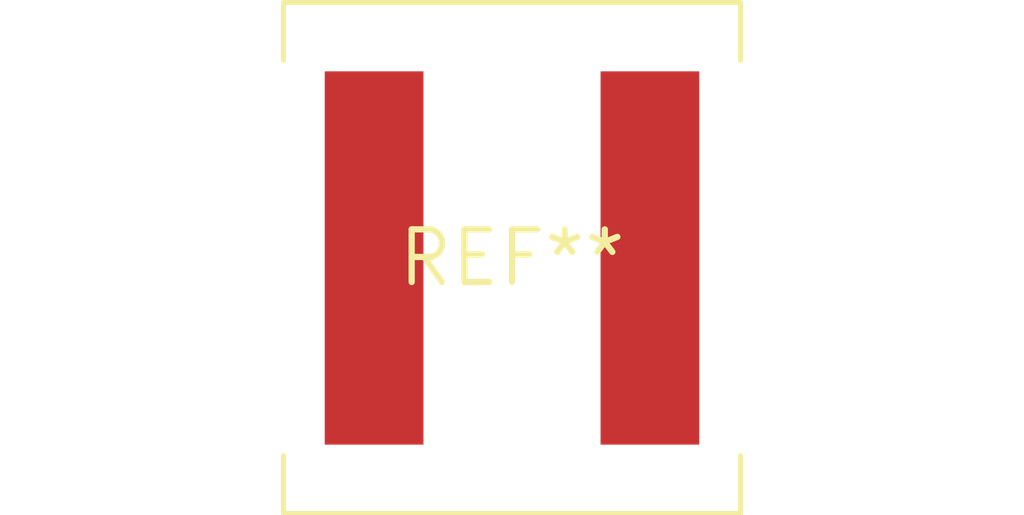
<source format=kicad_pcb>
(kicad_pcb (version 20240108) (generator pcbnew)
  (layers (0 "F.Cu" signal) (31 "B.Cu" signal) (34 "B.Paste" user) (35 "F.Paste" user) (36 "B.SilkS" user "B.Silkscreen") (37 "F.SilkS" user "F.Silkscreen") (38 "B.Mask" user) (39 "F.Mask" user) (44 "Edge.Cuts" user))
  (net 0 "")
  (footprint "L_Coilcraft_XAL1060-XXX" (layer "F.Cu") (at 0 0)
    (property "Reference" "REF**")
    (property "Value" "L_Coilcraft_XAL1060-XXX")
    (fp_line (start -5.51 -6.16) (end -5.51 -4.76) (layer "F.SilkS") (stroke (width 0.12)))
    (fp_line (start -5.51 -6.16) (end 5.51 -6.16) (layer "F.SilkS") (stroke (width 0.12)))
    (fp_line (start -5.51 6.16) (end -5.51 4.76) (layer "F.SilkS") (stroke (width 0.12)))
    (fp_line (start -5.51 6.16) (end 5.51 6.16) (layer "F.SilkS") (stroke (width 0.12)))
    (fp_line (start 5.51 -6.16) (end 5.51 -4.76) (layer "F.SilkS") (stroke (width 0.12)))
    (fp_line (start 5.51 6.16) (end 5.51 4.76) (layer "F.SilkS") (stroke (width 0.12)))
    (pad "1" smd rect (at -3.325 0) (size 2.38 9) (layers "F.Cu" "F.Paste" "F.Mask"))
    (pad "2" smd rect (at 3.325 0) (size 2.38 9) (layers "F.Cu" "F.Paste" "F.Mask"))
  )
)
</source>
